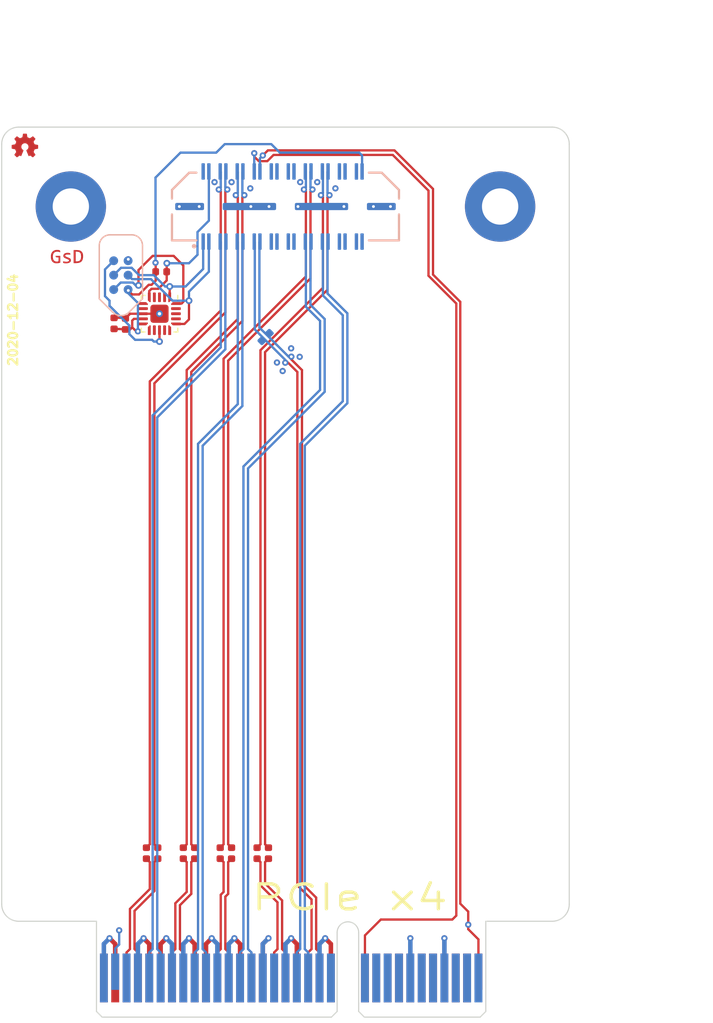
<source format=kicad_pcb>
(kicad_pcb (version 20221018) (generator pcbnew)
  (title_block (title "SYZYGY PCIe x4") (date "2020-12-04") (rev "r1.0") (company "GsD - @gregdavill"))
  (layers (0 "F.Cu" signal) (1 "In1.Cu" power) (2 "In2.Cu" signal) (31 "B.Cu" signal) (34 "B.Paste" user) (35 "F.Paste" user) (36 "B.SilkS" user "B.Silkscreen") (37 "F.SilkS" user "F.Silkscreen") (38 "B.Mask" user) (39 "F.Mask" user) (44 "Edge.Cuts" user))
  (net 0 "")
  (net 1 "GND")
  (net 2 "+3V3")
  (net 3 "/Peripheral MCU/MISO")
  (net 4 "/Peripheral MCU/~{RESET}")
  (net 5 "/SCL")
  (net 6 "/SDA")
  (net 7 "/RGA")
  (net 8 "/PER0_P")
  (net 9 "/VCCIO")
  (net 10 "/_PER0_P")
  (net 11 "/PER1_P")
  (net 12 "Net-(J1-Pad19)")
  (net 13 "Net-(J1-Pad21)")
  (net 14 "Net-(J1-Pad23)")
  (net 15 "/_PER1_P")
  (net 16 "/PER2_P")
  (net 17 "/PET0_P")
  (net 18 "/PET0_N")
  (net 19 "/PET1_P")
  (net 20 "Net-(J1-Pad38)")
  (net 21 "Net-(J1-Pad37)")
  (net 22 "Net-(J1-Pad34)")
  (net 23 "/PET1_N")
  (net 24 "/PET2_P")
  (net 25 "/PET2_N")
  (net 26 "Net-(J1-Pad24)")
  (net 27 "Net-(J1-Pad22)")
  (net 28 "Net-(J1-Pad20)")
  (net 29 "Net-(J1-Pad18)")
  (net 30 "Net-(J1-Pad17)")
  (net 31 "/_PER2_P")
  (net 32 "/PER3_P")
  (net 33 "/PET3_P")
  (net 34 "/PET3_N")
  (net 35 "/PRSNT#")
  (net 36 "Net-(U2-Pad2)")
  (net 37 "Net-(U2-Pad3)")
  (net 38 "Net-(U2-Pad4)")
  (net 39 "Net-(U2-Pad11)")
  (net 40 "Net-(U2-Pad12)")
  (net 41 "Net-(U2-Pad14)")
  (net 42 "Net-(U2-Pad15)")
  (net 43 "Net-(CN1-PadA32)")
  (net 44 "/PERST#")
  (net 45 "/_PER3_P")
  (net 46 "/REFCLK_P")
  (net 47 "/PER0_N")
  (net 48 "/_PER0_N")
  (net 49 "/PER1_N")
  (net 50 "Net-(CN1-PadA19)")
  (net 51 "Net-(CN1-PadB30)")
  (net 52 "Net-(CN1-PadB1)")
  (net 53 "Net-(CN1-PadB2)")
  (net 54 "Net-(CN1-PadB3)")
  (net 55 "Net-(CN1-PadB5)")
  (net 56 "Net-(CN1-PadB6)")
  (net 57 "Net-(CN1-PadB8)")
  (net 58 "Net-(CN1-PadB9)")
  (net 59 "Net-(CN1-PadB10)")
  (net 60 "Net-(CN1-PadB11)")
  (net 61 "Net-(CN1-PadB17)")
  (net 62 "Net-(CN1-PadB12)")
  (net 63 "Net-(CN1-PadA2)")
  (net 64 "Net-(CN1-PadA3)")
  (net 65 "Net-(CN1-PadA5)")
  (net 66 "Net-(CN1-PadA6)")
  (net 67 "Net-(CN1-PadA7)")
  (net 68 "Net-(CN1-PadA8)")
  (net 69 "Net-(CN1-PadA9)")
  (net 70 "Net-(CN1-PadA10)")
  (net 71 "/_PER1_N")
  (net 72 "/PER2_N")
  (net 73 "/_PER2_N")
  (net 74 "/PER3_N")
  (net 75 "Net-(J1-Pad33)")
  (net 76 "Net-(J1-Pad35)")
  (net 77 "Net-(J1-Pad36)")
  (net 78 "/_PER3_N")
  (net 79 "/REFCLK_N")
  (net 80 "+5V")
  (footprint "Package_DFN_QFN:QFN-20-1EP_3x3mm_P0.45mm_EP1.6x1.6mm" (layer "F.Cu") (at 118.9 97.65 -90)
    (fp_text reference "U2" hide)
    (fp_text value "ATtiny44A-MMH" hide)
  )
  (footprint "Resistor_SMD:R_0402_1005Metric" (layer "F.Cu") (at 119.05 93.95)
    (fp_text reference "R15" hide)
    (fp_text value "10K" hide)
  )
  (footprint "Capacitor_SMD:C_0402_1005Metric" (layer "F.Cu") (at 115.9 98.55 90)
    (fp_text reference "C9" hide)
    (fp_text value "0.1uF" hide)
  )
  (footprint "Capacitor_SMD:C_0402_1005Metric" (layer "F.Cu") (at 114.9 98.5 90)
    (fp_text reference "C10" hide)
    (fp_text value "1uF" hide)
  )
  (footprint "gkl_logos:oshw_small" (layer "F.Cu") (at 107.05 82.85)
    (fp_text reference "G***" hide)
    (fp_text value "LOGO" hide)
  )
  (footprint "MountingHole:MountingHole_3.2mm_M3" (layer "F.Cu") (at 110 98.2 180)
    (fp_text reference "H4" hide)
    (fp_text value "MountingHole" hide)
  )
  (footprint "MountingHole:MountingHole_3.2mm_M3" (layer "F.Cu") (at 150 98.2)
    (fp_text reference "H2" hide)
    (fp_text value "MountingHole" hide)
  )
  (footprint "Capacitor_SMD:C_0402_1005Metric" (layer "F.Cu") (at 128.5 145.2 -90)
    (fp_text reference "C1" hide)
    (fp_text value "0.1uF" hide)
  )
  (footprint "MountingHole:MountingHole_3.2mm_M3" (layer "F.Cu") (at 110 146.2)
    (fp_text reference "H1" hide)
    (fp_text value "MountingHole" hide)
  )
  (footprint "gkl_logos:gsd_logo_small" (layer "F.Cu") (at 110.75 92.7)
    (fp_text reference "G***" hide)
    (fp_text value "LOGO" hide)
  )
  (footprint "Capacitor_SMD:C_0402_1005Metric" (layer "F.Cu") (at 125.25 145.2 -90)
    (fp_text reference "C2" hide)
    (fp_text value "0.1uF" hide)
  )
  (footprint "Capacitor_SMD:C_0402_1005Metric" (layer "F.Cu") (at 121 145.2 -90)
    (fp_text reference "C8" hide)
    (fp_text value "0.1uF" hide)
  )
  (footprint "Capacitor_SMD:C_0402_1005Metric" (layer "F.Cu") (at 117.75 145.2 -90)
    (fp_text reference "C11" hide)
    (fp_text value "0.1uF" hide)
  )
  (footprint "Capacitor_SMD:C_0402_1005Metric" (layer "F.Cu") (at 124.25 145.2 -90)
    (fp_text reference "C7" hide)
    (fp_text value "0.1uF" hide)
  )
  (footprint "Capacitor_SMD:C_0402_1005Metric" (layer "F.Cu") (at 127.5 145.2 -90)
    (fp_text reference "C6" hide)
    (fp_text value "0.1uF" hide)
  )
  (footprint "Capacitor_SMD:C_0402_1005Metric" (layer "F.Cu") (at 118.75 145.2 -90)
    (fp_text reference "C4" hide)
    (fp_text value "0.1uF" hide)
  )
  (footprint "Capacitor_SMD:C_0402_1005Metric" (layer "F.Cu") (at 122 145.2 -90)
    (fp_text reference "C3" hide)
    (fp_text value "0.1uF" hide)
  )
  (footprint "MountingHole:MountingHole_3.2mm_M3" (layer "F.Cu") (at 150 146.2)
    (fp_text reference "H3" hide)
    (fp_text value "MountingHole" hide)
  )
  (footprint "pkl_tag_connect:TC2030-NL_SMALL" (layer "B.Cu") (at 115.5 94.25 90)
    (fp_text reference "J3" hide)
    (fp_text value "TagConnect" hide)
  )
  (footprint "gsd-footprints:SYZYGY-TXR-POD" (layer "B.Cu") (at 130 88.2 180)
    (fp_text reference "J1" hide)
    (fp_text value "SYZYGY-TXR-4" hide)
  )
  (footprint "Resistor_SMD:R_0402_1005Metric" (layer "B.Cu") (at 128.25 99.7 45)
    (fp_text reference "R1" hide)
    (fp_text value "100R" hide)
  )
  (footprint "Connector_PCBEdge:BUS_PCIexpress_x4" (layer "B.Cu") (at 147 156.2 180)
    (fp_text reference "CN1" hide)
    (fp_text value "PCI-EXPRESS-EDGE-FINGER" hide)
    (fp_line (start -0.65 -2.95) (end -0.15 -3.45) (stroke (width 0.1)) (layer "Edge.Cuts"))
    (fp_line (start -0.65 4.95) (end -0.65 -2.95) (stroke (width 0.1)) (layer "Edge.Cuts"))
    (fp_line (start -0.15 -3.45) (end 10.05 -3.45) (stroke (width 0.1)) (layer "Edge.Cuts"))
    (fp_line (start 10.55 -2.95) (end 10.05 -3.45) (stroke (width 0.1)) (layer "Edge.Cuts"))
    (fp_line (start 10.55 4) (end 10.55 -2.95) (stroke (width 0.1)) (layer "Edge.Cuts"))
    (fp_line (start 12.45 -2.95) (end 12.95 -3.45) (stroke (width 0.1)) (layer "Edge.Cuts"))
    (fp_line (start 12.45 4) (end 12.45 -2.95) (stroke (width 0.1)) (layer "Edge.Cuts"))
    (fp_line (start 12.95 -3.45) (end 33.15 -3.45) (stroke (width 0.1)) (layer "Edge.Cuts"))
    (fp_line (start 33.65 -2.95) (end 33.15 -3.45) (stroke (width 0.1)) (layer "Edge.Cuts"))
    (fp_line (start 33.65 4.95) (end 33.65 -2.95) (stroke (width 0.1)) (layer "Edge.Cuts"))
    (fp_arc (start 12.45 4) (mid 11.5 4.95) (end 10.55 4) (stroke (width 0.1)) (layer "Edge.Cuts"))
  )
  (gr_line (start 106.5 81.2) (end 153.5 81.2) (stroke (width 0.1)) (layer "Edge.Cuts"))
  (gr_line (start 105 149.7) (end 105 82.7) (stroke (width 0.1)) (layer "Edge.Cuts"))
  (gr_arc (start 105 82.7) (mid 105.43934 81.63934) (end 106.5 81.2) (stroke (width 0.1)) (layer "Edge.Cuts"))
  (gr_arc (start 153.5 81.2) (mid 154.56066 81.63934) (end 155 82.7) (stroke (width 0.1)) (layer "Edge.Cuts"))
  (gr_line (start 153.499999 151.2) (end 147.65 151.2) (stroke (width 0.1)) (layer "Edge.Cuts"))
  (gr_line (start 155 82.7) (end 155 149.7) (stroke (width 0.1)) (layer "Edge.Cuts"))
  (gr_line (start 147.65 151.25) (end 147.65 151.2) (stroke (width 0.1)) (layer "Edge.Cuts"))
  (gr_arc (start 155 149.700001) (mid 154.560659 150.760661) (end 153.499999 151.2) (stroke (width 0.1)) (layer "Edge.Cuts"))
  (gr_line (start 113.35 151.2) (end 106.500001 151.2) (stroke (width 0.1)) (layer "Edge.Cuts"))
  (gr_arc (start 106.5 151.2) (mid 105.43934 150.76066) (end 105 149.7) (stroke (width 0.1)) (layer "Edge.Cuts"))
  (gr_line (start 113.35 151.2) (end 113.35 151.25) (stroke (width 0.1)) (layer "Edge.Cuts"))
  (gr_text "2020-12-04" (at 106 98.2 90) (layer "F.SilkS") (effects (font (size 0.8 0.8) (thickness 0.2))))
  (gr_text "PCIe x4" (at 135.65 149.1) (layer "F.SilkS") (effects (font (size 2.2 2.959) (thickness 0.3))))
  (segment (start 123 153.2) (end 123.5 152.7) (width 0.4) (layer "F.Cu") (net 1))
  (segment (start 134 153.2) (end 134 156.2) (width 0.4) (layer "F.Cu") (net 1))
  (segment (start 126 156.2) (end 126 153.2) (width 0.4) (layer "F.Cu") (net 1))
  (segment (start 123 156.2) (end 123 153.2) (width 0.4) (layer "F.Cu") (net 1))
  (segment (start 117.45 97.65) (end 116.315 97.65) (width 0.2) (layer "F.Cu") (net 1))
  (segment (start 122 153.2) (end 121.5 152.7) (width 0.4) (layer "F.Cu") (net 1))
  (segment (start 115.9 98.065) (end 115.4 98) (width 0.2) (layer "F.Cu") (net 1))
  (segment (start 118 156.2) (end 118 153.2) (width 0.4) (layer "F.Cu") (net 1))
  (segment (start 126 153.2) (end 125.5 152.7) (width 0.4) (layer "F.Cu") (net 1))
  (segment (start 128 153.2) (end 128.5 152.7) (width 0.4) (layer "F.Cu") (net 1))
  (segment (start 122 156.2) (end 122 153.2) (width 0.4) (layer "F.Cu") (net 1))
  (segment (start 118 153.2) (end 117.5 152.7) (width 0.4) (layer "F.Cu") (net 1))
  (segment (start 115.4 98) (end 114.9 98.015) (width 0.2) (layer "F.Cu") (net 1))
  (segment (start 115 153.2) (end 114.5 152.7) (width 0.4) (layer "F.Cu") (net 1))
  (segment (start 144 156.2) (end 144 152.7) (width 0.4) (layer "F.Cu") (net 1))
  (segment (start 131 153.2) (end 131 156.2) (width 0.4) (layer "F.Cu") (net 1))
  (segment (start 119 153.2) (end 119.5 152.7) (width 0.4) (layer "F.Cu") (net 1))
  (segment (start 128 156.2) (end 128 153.2) (width 0.4) (layer "F.Cu") (net 1))
  (segment (start 116.315 97.65) (end 115.9 98.065) (width 0.2) (layer "F.Cu") (net 1))
  (segment (start 115 156.2) (end 115 153.2) (width 0.4) (layer "F.Cu") (net 1))
  (segment (start 133.5 152.7) (end 134 153.2) (width 0.4) (layer "F.Cu") (net 1))
  (segment (start 119 156.2) (end 119 153.2) (width 0.4) (layer "F.Cu") (net 1))
  (segment (start 131 153.2) (end 130.5 152.7) (width 0.4) (layer "F.Cu") (net 1))
  (segment (start 118.9 97.65) (end 117.45 97.65) (width 0.2) (layer "F.Cu") (net 1))
  (via (at 118.9 97.65) (size 0.6) (drill 0.3) (layers "F.Cu" "B.Cu") (net 1))
  (via (at 117.5 152.7) (size 0.55) (drill 0.25) (layers "F.Cu" "B.Cu") (net 1))
  (via (at 131.3 86.05) (size 0.55) (drill 0.25) (layers "F.Cu" "B.Cu") (net 1))
  (via (at 116.15 92.85) (size 0.55) (drill 0.25) (layers "F.Cu" "B.Cu") (net 1))
  (via (at 130.5 100.7) (size 0.55) (drill 0.25) (layers "F.Cu" "B.Cu") (net 1))
  (via (at 141 152.7) (size 0.55) (drill 0.25) (layers "F.Cu" "B.Cu") (net 1))
  (via (at 119.5 152.7) (size 0.55) (drill 0.25) (layers "F.Cu" "B.Cu") (net 1))
  (via (at 121.5 152.7) (size 0.55) (drill 0.25) (layers "F.Cu" "B.Cu") (net 1))
  (via (at 135.15 88.2) (size 0.55) (drill 0.25) (layers "F.Cu" "B.Cu") (net 1))
  (via (at 134.4 86.6) (size 0.55) (drill 0.25) (layers "F.Cu" "B.Cu") (net 1))
  (via (at 131.25 101.45) (size 0.55) (drill 0.25) (layers "F.Cu" "B.Cu") (net 1))
  (via (at 128.5 152.7) (size 0.55) (drill 0.25) (layers "F.Cu" "B.Cu") (net 1))
  (via (at 126.9 86.6) (size 0.55) (drill 0.25) (layers "F.Cu" "B.Cu") (net 1))
  (via (at 122.4 88.2) (size 0.55) (drill 0.25) (layers "F.Cu" "B.Cu") (net 1))
  (via (at 120.65 88.2) (size 0.55) (drill 0.25) (layers "F.Cu" "B.Cu") (net 1))
  (via (at 131.1 88.2) (size 0.55) (drill 0.25) (layers "F.Cu" "B.Cu") (net 1))
  (via (at 123.75 86.05) (size 0.55) (drill 0.25) (layers "F.Cu" "B.Cu") (net 1))
  (via (at 123.5 152.7) (size 0.55) (drill 0.25) (layers "F.Cu" "B.Cu") (net 1))
  (via (at 128.55 88.2) (size 0.55) (drill 0.25) (layers "F.Cu" "B.Cu") (net 1))
  (via (at 129.75 102.7) (size 0.55) (drill 0.25) (layers "F.Cu" "B.Cu") (net 1))
  (via (at 132.8 86.05) (size 0.55) (drill 0.25) (layers "F.Cu" "B.Cu") (net 1))
  (via (at 137.75 88.2) (size 0.55) (drill 0.25) (layers "F.Cu" "B.Cu") (net 1))
  (via (at 114.5 152.7) (size 0.55) (drill 0.25) (layers "F.Cu" "B.Cu") (net 1))
  (via (at 139.25 88.2) (size 0.55) (drill 0.25) (layers "F.Cu" "B.Cu") (net 1))
  (via (at 125.25 86.05) (size 0.55) (drill 0.25) (layers "F.Cu" "B.Cu") (net 1))
  (via (at 125.5 152.7) (size 0.55) (drill 0.25) (layers "F.Cu" "B.Cu") (net 1))
  (via (at 133.5 152.7) (size 0.55) (drill 0.25) (layers "F.Cu" "B.Cu") (net 1))
  (via (at 129.25 101.95) (size 0.55) (drill 0.25) (layers "F.Cu" "B.Cu") (net 1))
  (via (at 130.5 152.7) (size 0.55) (drill 0.25) (layers "F.Cu" "B.Cu") (net 1))
  (via (at 126.95 88.2) (size 0.55) (drill 0.25) (layers "F.Cu" "B.Cu") (net 1))
  (via (at 144 152.7) (size 0.55) (drill 0.25) (layers "F.Cu" "B.Cu") (net 1))
  (segment (start 124 153.45) (end 124 153.2) (width 0.4) (layer "B.Cu") (net 1))
  (segment (start 116.135 92.865) (end 116.15 92.85) (width 0.2) (layer "B.Cu") (net 1))
  (segment (start 121 153.2) (end 121.5 152.7) (width 0.4) (layer "B.Cu") (net 1))
  (segment (start 141 156.2) (end 141 152.7) (width 0.4) (layer "B.Cu") (net 1))
  (segment (start 130 153.2) (end 130.5 152.7) (width 0.4) (layer "B.Cu") (net 1))
  (segment (start 114.5 152.7) (end 114 153.2) (width 0.4) (layer "B.Cu") (net 1))
  (segment (start 125 153.45) (end 125 153.2) (width 0.4) (layer "B.Cu") (net 1))
  (segment (start 117 156.2) (end 117 153.2) (width 0.4) (layer "B.Cu") (net 1))
  (segment (start 120 153.7) (end 120 153.2) (width 0.4) (layer "B.Cu") (net 1))
  (segment (start 133 156.2) (end 133 153.2) (width 0.4) (layer "B.Cu") (net 1))
  (segment (start 125 153.2) (end 125.5 152.7) (width 0.4) (layer "B.Cu") (net 1))
  (segment (start 128 156.2) (end 128 153.2) (width 0.4) (layer "B.Cu") (net 1))
  (segment (start 120 156.2) (end 120 153.7) (width 0.4) (layer "B.Cu") (net 1))
  (segment (start 144 156.2) (end 144 152.7) (width 0.4) (layer "B.Cu") (net 1))
  (segment (start 117 153.2) (end 117.5 152.7) (width 0.4) (layer "B.Cu") (net 1))
  (segment (start 116.135 92.98) (end 116.135 92.865) (width 0.2) (layer "B.Cu") (net 1))
  (segment (start 125 156.2) (end 125 153.45) (width 0.4) (layer "B.Cu") (net 1))
  (segment (start 124 156.2) (end 124 153.45) (width 0.4) (layer "B.Cu") (net 1))
  (segment (start 128 153.2) (end 128.5 152.7) (width 0.4) (layer "B.Cu") (net 1))
  (segment (start 130 156.2) (end 130 153.2) (width 0.4) (layer "B.Cu") (net 1))
  (segment (start 120 153.2) (end 119.5 152.7) (width 0.4) (layer "B.Cu") (net 1))
  (segment (start 114 153.2) (end 114 156.2) (width 0.4) (layer "B.Cu") (net 1))
  (segment (start 121 156.2) (end 121 153.7) (width 0.4) (layer "B.Cu") (net 1))
  (segment (start 124 153.2) (end 123.5 152.7) (width 0.4) (layer "B.Cu") (net 1))
  (segment (start 121 153.7) (end 121 153.2) (width 0.4) (layer "B.Cu") (net 1))
  (segment (start 133 153.2) (end 133.5 152.7) (width 0.4) (layer "B.Cu") (net 1))
  (segment (start 116.3 99.05) (end 115.9 99.035) (width 0.2) (layer "F.Cu") (net 2))
  (segment (start 117.45 98.1) (end 116.65 98.1) (width 0.2) (layer "F.Cu") (net 2))
  (segment (start 116.15 95.6) (end 116.5 95.95) (width 0.2) (layer "F.Cu") (net 2))
  (segment (start 116.5 95.95) (end 117.1 95.95) (width 0.2) (layer "F.Cu") (net 2))
  (segment (start 117.95 95.1) (end 118.2 95.1) (width 0.2) (layer "F.Cu") (net 2))
  (segment (start 118.565 93.165) (end 118.55 93.15) (width 0.2) (layer "F.Cu") (net 2))
  (segment (start 116.85 99.2) (end 117 99.2) (width 0.2) (layer "F.Cu") (net 2))
  (segment (start 116.65 98.1) (end 116.5 98.25) (width 0.2) (layer "F.Cu") (net 2))
  (segment (start 116.5 98.85) (end 116.3 99.05) (width 0.2) (layer "F.Cu") (net 2))
  (segment (start 115.4 99) (end 114.9 98.985) (width 0.2) (layer "F.Cu") (net 2))
  (segment (start 116.5 98.85) (end 116.85 99.2) (width 0.2) (layer "F.Cu") (net 2))
  (segment (start 117.1 95.95) (end 117.95 95.1) (width 0.2) (layer "F.Cu") (net 2))
  (segment (start 118.565 93.95) (end 118.565 93.165) (width 0.2) (layer "F.Cu") (net 2))
  (segment (start 115.9 99.035) (end 115.4 99) (width 0.2) (layer "F.Cu") (net 2))
  (segment (start 118.565 94.735) (end 118.565 93.95) (width 0.2) (layer "F.Cu") (net 2))
  (segment (start 118.2 95.1) (end 118.565 94.735) (width 0.2) (layer "F.Cu") (net 2))
  (segment (start 116.5 98.25) (end 116.5 98.85) (width 0.2) (layer "F.Cu") (net 2))
  (via (at 117 99.2) (size 0.55) (drill 0.25) (layers "F.Cu" "B.Cu") (net 2))
  (via (at 118.55 93.15) (size 0.55) (drill 0.25) (layers "F.Cu" "B.Cu") (net 2))
  (via (at 116.15 95.6) (size 0.55) (drill 0.25) (layers "F.Cu" "B.Cu") (net 2))
  (segment (start 117 96.7) (end 117 99.2) (width 0.2) (layer "B.Cu") (net 2))
  (segment (start 116.135 95.835) (end 117 96.7) (width 0.2) (layer "B.Cu") (net 2))
  (segment (start 129.5 83.45) (end 128.75 82.7) (width 0.2) (layer "B.Cu") (net 2))
  (segment (start 124.65 82.7) (end 123.9 83.45) (width 0.2) (layer "B.Cu") (net 2))
  (segment (start 136.5 83.45) (end 131.1 83.45) (width 0.2) (layer "B.Cu") (net 2))
  (segment (start 116.135 95.585) (end 116.15 95.6) (width 0.2) (layer "B.Cu") (net 2))
  (segment (start 136.75 85.11) (end 136.75 83.95) (width 0.2) (layer "B.Cu") (net 2))
  (segment (start 123.9 83.45) (end 120.75 83.45) (width 0.2) (layer "B.Cu") (net 2))
  (segment (start 118.55 85.65) (end 118.55 93.15) (width 0.2) (layer "B.Cu") (net 2))
  (segment (start 116.135 95.52) (end 116.135 95.835) (width 0.2) (layer "B.Cu") (net 2))
  (segment (start 131.1 83.45) (end 129.5 83.45) (width 0.2) (layer "B.Cu") (net 2))
  (segment (start 120.75 83.45) (end 118.55 85.65) (width 0.2) (layer "B.Cu") (net 2))
  (segment (start 116.135 95.52) (end 116.135 95.585) (width 0.2) (layer "B.Cu") (net 2))
  (segment (start 136.75 83.95) (end 136.75 83.7) (width 0.2) (layer "B.Cu") (net 2))
  (segment (start 128.75 82.7) (end 124.65 82.7) (width 0.2) (layer "B.Cu") (net 2))
  (segment (start 136.75 83.7) (end 136.5 83.45) (width 0.2) (layer "B.Cu") (net 2))
  (segment (start 121 96.6) (end 120.85 96.75) (width 0.2) (layer "F.Cu") (net 3))
  (segment (start 120.15 92.55) (end 121 93.4) (width 0.2) (layer "F.Cu") (net 3))
  (segment (start 120.85 96.75) (end 120.35 96.75) (width 0.2) (layer "F.Cu") (net 3))
  (segment (start 118.3 92.55) (end 120.15 92.55) (width 0.2) (layer "F.Cu") (net 3))
  (segment (start 121 93.4) (end 121 96.6) (width 0.2) (layer "F.Cu") (net 3))
  (segment (start 117.05 93.8) (end 118.3 92.55) (width 0.2) (layer "F.Cu") (net 3))
  (segment (start 117.05 95.15) (end 117.05 93.8) (width 0.2) (layer "F.Cu") (net 3))
  (via (at 117.05 95.15) (size 0.6) (drill 0.3) (layers "F.Cu" "B.Cu") (net 3))
  (segment (start 116.55 94.9) (end 115.485 94.9) (width 0.2) (layer "B.Cu") (net 3))
  (segment (start 116.8 95.15) (end 116.55 94.9) (width 0.2) (layer "B.Cu") (net 3))
  (segment (start 115.485 94.9) (end 114.865 95.52) (width 0.2) (layer "B.Cu") (net 3))
  (segment (start 117.05 95.15) (end 116.8 95.15) (width 0.2) (layer "B.Cu") (net 3))
  (segment (start 118.9 100.1) (end 118.9 99.1) (width 0.2) (layer "F.Cu") (net 4))
  (via (at 118.9 100.1) (size 0.6) (drill 0.3) (layers "F.Cu" "B.Cu") (net 4))
  (segment (start 118.25 99.95) (end 116.75 99.95) (width 0.2) (layer "B.Cu") (net 4))
  (segment (start 118.4 100.1) (end 118.9 100.1) (width 0.2) (layer "B.Cu") (net 4))
  (segment (start 114.5 96.5) (end 114.1 96.1) (width 0.2) (layer "B.Cu") (net 4))
  (segment (start 116.75 99.95) (end 116.25 99.45) (width 0.2) (layer "B.Cu") (net 4))
  (segment (start 116.25 99.45) (end 116.25 98.7) (width 0.2) (layer "B.Cu") (net 4))
  (segment (start 118.4 100.1) (end 118.25 99.95) (width 0.2) (layer "B.Cu") (net 4))
  (segment (start 114.5 96.95) (end 114.5 96.5) (width 0.2) (layer "B.Cu") (net 4))
  (segment (start 114.1 93.745) (end 114.1 96.1) (width 0.2) (layer "B.Cu") (net 4))
  (segment (start 116.25 98.7) (end 114.5 96.95) (width 0.2) (layer "B.Cu") (net 4))
  (segment (start 114.865 92.98) (end 114.1 93.745) (width 0.2) (layer "B.Cu") (net 4))
  (segment (start 119.8 95.25) (end 119.8 96.2) (width 0.2) (layer "F.Cu") (net 5))
  (via (at 119.8 95.25) (size 0.6) (drill 0.3) (layers "F.Cu" "B.Cu") (net 5))
  (segment (start 122.75 93.7) (end 122.75 91.29) (width 0.2) (layer "B.Cu") (net 5))
  (segment (start 121.2 95.25) (end 122.75 93.7) (width 0.2) (layer "B.Cu") (net 5))
  (segment (start 118.4 94.25) (end 119.4 95.25) (width 0.2) (layer "B.Cu") (net 5))
  (segment (start 116.45 93.6) (end 117.1 94.25) (width 0.2) (layer "B.Cu") (net 5))
  (segment (start 115.515 93.6) (end 116.45 93.6) (width 0.2) (layer "B.Cu") (net 5))
  (segment (start 117.1 94.25) (end 118.4 94.25) (width 0.2) (layer "B.Cu") (net 5))
  (segment (start 114.865 94.25) (end 115.515 93.6) (width 0.2) (layer "B.Cu") (net 5))
  (segment (start 119.8 95.25) (end 121.2 95.25) (width 0.2) (layer "B.Cu") (net 5))
  (segment (start 119.4 95.25) (end 119.8 95.25) (width 0.2) (layer "B.Cu") (net 5))
  (segment (start 121.5 96.5) (end 121.5 98.15) (width 0.2) (layer "F.Cu") (net 6))
  (segment (start 121.5 98.15) (end 121.1 98.55) (width 0.2) (layer "F.Cu") (net 6))
  (segment (start 121.1 98.55) (end 120.35 98.55) (width 0.2) (layer "F.Cu") (net 6))
  (via (at 121.5 96.5) (size 0.6) (drill 0.3) (layers "F.Cu" "B.Cu") (net 6))
  (segment (start 120.05 96.5) (end 118.149989 94.599989) (width 0.2) (layer "B.Cu") (net 6))
  (segment (start 121.5 96.5) (end 120.05 96.5) (width 0.2) (layer "B.Cu") (net 6))
  (segment (start 123.25 93.95) (end 121.5 95.7) (width 0.2) (layer "B.Cu") (net 6))
  (segment (start 121.5 95.7) (end 121.5 96.5) (width 0.2) (layer "B.Cu") (net 6))
  (segment (start 116.484989 94.599989) (end 116.135 94.25) (width 0.2) (layer "B.Cu") (net 6))
  (segment (start 118.149989 94.599989) (end 116.484989 94.599989) (width 0.2) (layer "B.Cu") (net 6))
  (segment (start 123.25 91.29) (end 123.25 93.95) (width 0.2) (layer "B.Cu") (net 6))
  (segment (start 119.535 93.215) (end 119.55 93.2) (width 0.2) (layer "F.Cu") (net 7))
  (segment (start 118.8 95.45) (end 119.535 94.715) (width 0.2) (layer "F.Cu") (net 7))
  (segment (start 118 96.2) (end 118 95.65) (width 0.2) (layer "F.Cu") (net 7))
  (segment (start 119.535 94.715) (end 119.535 93.95) (width 0.2) (layer "F.Cu") (net 7))
  (segment (start 118 95.65) (end 118.2 95.45) (width 0.2) (layer "F.Cu") (net 7))
  (segment (start 118.2 95.45) (end 118.8 95.45) (width 0.2) (layer "F.Cu") (net 7))
  (segment (start 119.535 93.95) (end 119.535 93.215) (width 0.2) (layer "F.Cu") (net 7))
  (via (at 119.55 93.2) (size 0.6) (drill 0.3) (layers "F.Cu" "B.Cu") (net 7))
  (segment (start 121.5 93.2) (end 119.55 93.2) (width 0.2) (layer "B.Cu") (net 7))
  (segment (start 122.25 90.45) (end 122.25 92.45) (width 0.2) (layer "B.Cu") (net 7))
  (segment (start 122.25 92.45) (end 121.5 93.2) (width 0.2) (layer "B.Cu") (net 7))
  (segment (start 123.25 85.11) (end 123.25 89.45) (width 0.2) (layer "B.Cu") (net 7))
  (segment (start 123.25 89.45) (end 122.25 90.45) (width 0.2) (layer "B.Cu") (net 7))
  (segment (start 129.7032 153.6532) (end 129.7032 149.36583) (width 0.2032) (layer "F.Cu") (net 8))
  (segment (start 129.7032 149.36583) (end 128.2032 147.86583) (width 0.2032) (layer "F.Cu") (net 8))
  (segment (start 130 156.2) (end 130 153.95) (width 0.2032) (layer "F.Cu") (net 8))
  (segment (start 130 153.95) (end 129.7032 153.6532) (width 0.2032) (layer "F.Cu") (net 8))
  (segment (start 128.2032 147.86583) (end 128.2032 145.9818) (width 0.2032) (layer "F.Cu") (net 8))
  (segment (start 128.2032 145.9818) (end 128.5 145.685) (width 0.2032) (layer "F.Cu") (net 8))
  (segment (start 128.5 144.715) (end 128.2032 144.4182) (width 0.2032) (layer "F.Cu") (net 10))
  (segment (start 133.7032 95.53417) (end 133.7032 87.3734) (width 0.2032) (layer "F.Cu") (net 10))
  (segment (start 133.7032 87.3734) (end 133.8766 87.2) (width 0.2032) (layer "F.Cu") (net 10))
  (segment (start 128.2032 101.03417) (end 133.7032 95.53417) (width 0.2032) (layer "F.Cu") (net 10))
  (segment (start 128.2032 144.4182) (end 128.2032 101.03417) (width 0.2032) (layer "F.Cu") (net 10))
  (via (at 133.8766 87.2) (size 0.55) (drill 0.25) (layers "F.Cu" "B.Cu") (net 10))
  (segment (start 133.7032 85.1568) (end 133.75 85.11) (width 0.2032) (layer "B.Cu") (net 10))
  (segment (start 133.8766 87.2) (end 133.7032 87.0266) (width 0.2032) (layer "B.Cu") (net 10))
  (segment (start 133.7032 87.0266) (end 133.7032 85.1568) (width 0.2032) (layer "B.Cu") (net 10))
  (segment (start 124.9532 145.9818) (end 125.25 145.685) (width 0.2032) (layer "F.Cu") (net 11))
  (segment (start 125 153.95) (end 124.7032 153.6532) (width 0.2032) (layer "F.Cu") (net 11))
  (segment (start 124.7032 149.03417) (end 124.9532 148.78417) (width 0.2032) (layer "F.Cu") (net 11))
  (segment (start 124.9532 148.78417) (end 124.9532 145.9818) (width 0.2032) (layer "F.Cu") (net 11))
  (segment (start 125 156.2) (end 125 153.95) (width 0.2032) (layer "F.Cu") (net 11))
  (segment (start 124.7032 153.6532) (end 124.7032 149.03417) (width 0.2032) (layer "F.Cu") (net 11))
  (segment (start 124.9532 144.4182) (end 124.9532 101.78417) (width 0.2032) (layer "F.Cu") (net 15))
  (segment (start 124.9532 101.78417) (end 132.2032 94.53417) (width 0.2032) (layer "F.Cu") (net 15))
  (segment (start 132.2032 86.8734) (end 132.3766 86.7) (width 0.2032) (layer "F.Cu") (net 15))
  (segment (start 132.2032 94.53417) (end 132.2032 86.8734) (width 0.2032) (layer "F.Cu") (net 15))
  (segment (start 125.25 144.715) (end 124.9532 144.4182) (width 0.2032) (layer "F.Cu") (net 15))
  (via (at 132.3766 86.7) (size 0.55) (drill 0.25) (layers "F.Cu" "B.Cu") (net 15))
  (segment (start 132.2032 86.5266) (end 132.2032 85.1568) (width 0.2032) (layer "B.Cu") (net 15))
  (segment (start 132.3766 86.7) (end 132.2032 86.5266) (width 0.2032) (layer "B.Cu") (net 15))
  (segment (start 132.2032 85.1568) (end 132.25 85.11) (width 0.2032) (layer "B.Cu") (net 15))
  (segment (start 121.7032 148.78417) (end 121.7032 145.9818) (width 0.2032) (layer "F.Cu") (net 16))
  (segment (start 120.7032 153.6532) (end 120.7032 149.78417) (width 0.2032) (layer "F.Cu") (net 16))
  (segment (start 121.7032 145.9818) (end 122 145.685) (width 0.2032) (layer "F.Cu") (net 16))
  (segment (start 121 153.95) (end 120.7032 153.6532) (width 0.2032) (layer "F.Cu") (net 16))
  (segment (start 120.7032 149.78417) (end 121.7032 148.78417) (width 0.2032) (layer "F.Cu") (net 16))
  (segment (start 121 156.2) (end 121 153.95) (width 0.2032) (layer "F.Cu") (net 16))
  (segment (start 135.4532 97.61583) (end 133.7032 95.86583) (width 0.2032) (layer "B.Cu") (net 17))
  (segment (start 135.4532 105.53417) (end 135.4532 97.61583) (width 0.2032) (layer "B.Cu") (net 17))
  (segment (start 133.7032 95.86583) (end 133.7032 91.3368) (width 0.2032) (layer "B.Cu") (net 17))
  (segment (start 131.7032 109.28417) (end 135.4532 105.53417) (width 0.2032) (layer "B.Cu") (net 17))
  (segment (start 132 156.2) (end 132 153.95) (width 0.2032) (layer "B.Cu") (net 17))
  (segment (start 132 153.95) (end 131.7032 153.6532) (width 0.2032) (layer "B.Cu") (net 17))
  (segment (start 133.7032 91.3368) (end 133.75 91.29) (width 0.2032) (layer "B.Cu") (net 17))
  (segment (start 131.7032 153.6532) (end 131.7032 109.28417) (width 0.2032) (layer "B.Cu") (net 17))
  (segment (start 133.2968 96.03417) (end 133.2968 91.3368) (width 0.2032) (layer "B.Cu") (net 18))
  (segment (start 131.2968 109.11583) (end 135.0468 105.36583) (width 0.2032) (layer "B.Cu") (net 18))
  (segment (start 131.2968 153.6532) (end 131.2968 109.11583) (width 0.2032) (layer "B.Cu") (net 18))
  (segment (start 131 156.2) (end 131 153.95) (width 0.2032) (layer "B.Cu") (net 18))
  (segment (start 135.0468 105.36583) (end 135.0468 97.78417) (width 0.2032) (layer "B.Cu") (net 18))
  (segment (start 135.0468 97.78417) (end 133.2968 96.03417) (width 0.2032) (layer "B.Cu") (net 18))
  (segment (start 133.2968 91.3368) (end 133.25 91.29) (width 0.2032) (layer "B.Cu") (net 18))
  (segment (start 131 153.95) (end 131.2968 153.6532) (width 0.2032) (layer "B.Cu") (net 18))
  (segment (start 126.7032 111.28417) (end 133.4532 104.53417) (width 0.2032) (layer "B.Cu") (net 19))
  (segment (start 133.4532 104.53417) (end 133.4532 98.11583) (width 0.2032) (layer "B.Cu") (net 19))
  (segment (start 132.2032 96.86583) (end 132.2032 91.3368) (width 0.2032) (layer "B.Cu") (net 19))
  (segment (start 126.7032 153.6532) (end 126.7032 111.28417) (width 0.2032) (layer "B.Cu") (net 19))
  (segment (start 132.2032 91.3368) (end 132.25 91.29) (width 0.2032) (layer "B.Cu") (net 19))
  (segment (start 127 153.95) (end 126.7032 153.6532) (width 0.2032) (layer "B.Cu") (net 19))
  (segment (start 133.4532 98.11583) (end 132.2032 96.86583) (width 0.2032) (layer "B.Cu") (net 19))
  (segment (start 127 156.2) (end 127 153.95) (width 0.2032) (layer "B.Cu") (net 19))
  (segment (start 126 153.95) (end 126.2968 153.6532) (width 0.2032) (layer "B.Cu") (net 23))
  (segment (start 131.7968 91.3368) (end 131.75 91.29) (width 0.2032) (layer "B.Cu") (net 23))
  (segment (start 126.2968 111.11583) (end 133.0468 104.36583) (width 0.2032) (layer "B.Cu") (net 23))
  (segment (start 126 156.2) (end 126 153.95) (width 0.2032) (layer "B.Cu") (net 23))
  (segment (start 126.2968 153.6532) (end 126.2968 111.11583) (width 0.2032) (layer "B.Cu") (net 23))
  (segment (start 133.0468 98.28417) (end 131.7968 97.03417) (width 0.2032) (layer "B.Cu") (net 23))
  (segment (start 133.0468 104.36583) (end 133.0468 98.28417) (width 0.2032) (layer "B.Cu") (net 23))
  (segment (start 131.7968 97.03417) (end 131.7968 91.3368) (width 0.2032) (layer "B.Cu") (net 23))
  (segment (start 122.7032 109.28417) (end 126.2032 105.78417) (width 0.2032) (layer "B.Cu") (net 24))
  (segment (start 126.2032 105.78417) (end 126.2032 91.3368) (width 0.2032) (layer "B.Cu") (net 24))
  (segment (start 123 156.2) (end 123 153.95) (width 0.2032) (layer "B.Cu") (net 24))
  (segment (start 122.7032 153.6532) (end 122.7032 109.28417) (width 0.2032) (layer "B.Cu") (net 24))
  (segment (start 123 153.95) (end 122.7032 153.6532) (width 0.2032) (layer "B.Cu") (net 24))
  (segment (start 126.2032 91.3368) (end 126.25 91.29) (width 0.2032) (layer "B.Cu") (net 24))
  (segment (start 122 156.2) (end 122 153.95) (width 0.2032) (layer "B.Cu") (net 25))
  (segment (start 122 153.95) (end 122.2968 153.6532) (width 0.2032) (layer "B.Cu") (net 25))
  (segment (start 122.2968 109.11583) (end 125.7968 105.61583) (width 0.2032) (layer "B.Cu") (net 25))
  (segment (start 125.7968 91.3368) (end 125.75 91.29) (width 0.2032) (layer "B.Cu") (net 25))
  (segment (start 125.7968 105.61583) (end 125.7968 91.3368) (width 0.2032) (layer "B.Cu") (net 25))
  (segment (start 122.2968 153.6532) (end 122.2968 109.11583) (width 0.2032) (layer "B.Cu") (net 25))
  (segment (start 121.7032 144.4182) (end 121.7032 102.78417) (width 0.2032) (layer "F.Cu") (net 31))
  (segment (start 121.7032 102.78417) (end 126.2032 98.28417) (width 0.2032) (layer "F.Cu") (net 31))
  (segment (start 126.2032 98.28417) (end 126.2032 87.3734) (width 0.2032) (layer "F.Cu") (net 31))
  (segment (start 122 144.715) (end 121.7032 144.4182) (width 0.2032) (layer "F.Cu") (net 31))
  (segment (start 126.2032 87.3734) (end 126.3766 87.2) (width 0.2032) (layer "F.Cu") (net 31))
  (via (at 126.3766 87.2) (size 0.55) (drill 0.25) (layers "F.Cu" "B.Cu") (net 31))
  (segment (start 126.2032 87.0266) (end 126.2032 85.1568) (width 0.2032) (layer "B.Cu") (net 31))
  (segment (start 126.2032 85.1568) (end 126.25 85.11) (width 0.2032) (layer "B.Cu") (net 31))
  (segment (start 126.3766 87.2) (end 126.2032 87.0266) (width 0.2032) (layer "B.Cu") (net 31))
  (segment (start 118.4532 148.53417) (end 118.4532 145.9818) (width 0.2032) (layer "F.Cu") (net 32))
  (segment (start 116.7032 153.6532) (end 116.7032 150.28417) (width 0.2032) (layer "F.Cu") (net 32))
  (segment (start 118.4532 145.9818) (end 118.75 145.685) (width 0.2032) (layer "F.Cu") (net 32))
  (segment (start 116.7032 150.28417) (end 118.4532 148.53417) (width 0.2032) (layer "F.Cu") (net 32))
  (segment (start 117 153.95) (end 116.7032 153.6532) (width 0.2032) (layer "F.Cu") (net 32))
  (segment (start 117 156.2) (end 117 153.95) (width 0.2032) (layer "F.Cu") (net 32))
  (segment (start 124.7032 100.78417) (end 124.7032 91.3368) (width 0.2032) (layer "B.Cu") (net 33))
  (segment (start 118.7032 106.78417) (end 124.7032 100.78417) (width 0.2032) (layer "B.Cu") (net 33))
  (segment (start 118.7032 153.6532) (end 118.7032 106.78417) (width 0.2032) (layer "B.Cu") (net 33))
  (segment (start 124.7032 91.3368) (end 124.75 91.29) (width 0.2032) (layer "B.Cu") (net 33))
  (segment (start 119 156.2) (end 119 153.95) (width 0.2032) (layer "B.Cu") (net 33))
  (segment (start 119 153.95) (end 118.7032 153.6532) (width 0.2032) (layer "B.Cu") (net 33))
  (segment (start 118 153.95) (end 118.2968 153.6532) (width 0.2032) (layer "B.Cu") (net 34))
  (segment (start 124.2968 100.61583) (end 124.2968 91.3368) (width 0.2032) (layer "B.Cu") (net 34))
  (segment (start 118 156.2) (end 118 153.95) (width 0.2032) (layer "B.Cu") (net 34))
  (segment (start 118.2968 106.61583) (end 124.2968 100.61583) (width 0.2032) (layer "B.Cu") (net 34))
  (segment (start 118.2968 153.6532) (end 118.2968 106.61583) (width 0.2032) (layer "B.Cu") (net 34))
  (segment (start 124.2968 91.3368) (end 124.25 91.29) (width 0.2032) (layer "B.Cu") (net 34))
  (segment (start 147 152.8) (end 146.1 151.9) (width 0.2) (layer "F.Cu") (net 35))
  (segment (start 145.4 149.65) (end 145.4 96.6) (width 0.2) (layer "F.Cu") (net 35))
  (segment (start 147 155.65) (end 147 152.8) (width 0.2) (layer "F.Cu") (net 35))
  (segment (start 128.45 83.25) (end 128 83.7) (width 0.2) (layer "F.Cu") (net 35))
  (segment (start 139.6 83.25) (end 128.45 83.25) (width 0.2) (layer "F.Cu") (net 35))
  (segment (start 143 94.2) (end 143 86.65) (width 0.2) (layer "F.Cu") (net 35))
  (segment (start 146.1 151.9) (end 146.1 151.5) (width 0.2) (layer "F.Cu") (net 35))
  (segment (start 146.1 150.35) (end 145.4 149.65) (width 0.2) (layer "F.Cu") (net 35))
  (segment (start 145.4 96.6) (end 143 94.2) (width 0.2) (layer "F.Cu") (net 35))
  (segment (start 143 86.65) (end 139.6 83.25) (width 0.2) (layer "F.Cu") (net 35))
  (segment (start 146.1 151.5) (end 146.1 150.35) (width 0.2) (layer "F.Cu") (net 35))
  (via (at 146.1 151.5) (size 0.55) (drill 0.25) (layers "F.Cu" "B.Cu") (net 35))
  (via (at 115.35 152) (size 0.55) (drill 0.25) (layers "F.Cu" "B.Cu") (net 35))
  (via (at 128 83.7) (size 0.55) (drill 0.25) (layers "F.Cu" "B.Cu") (net 35))
  (segment (start 128 83.7) (end 127.75 83.95) (width 0.2) (layer "B.Cu") (net 35))
  (segment (start 115 153.6) (end 115.35 153.25) (width 0.2) (layer "B.Cu") (net 35))
  (segment (start 127.75 83.95) (end 127.75 85.11) (width 0.2) (layer "B.Cu") (net 35))
  (segment (start 115 155.65) (end 115 153.6) (width 0.2) (layer "B.Cu") (net 35))
  (segment (start 115.35 153.25) (end 115.35 152) (width 0.2) (layer "B.Cu") (net 35))
  (segment (start 144.7 151.05) (end 138.4 151.05) (width 0.2) (layer "F.Cu") (net 44))
  (segment (start 127.25 83.5) (end 127.25 83.8) (width 0.2) (layer "F.Cu") (net 44))
  (segment (start 137 152.45) (end 137 156.2) (width 0.2) (layer "F.Cu") (net 44))
  (segment (start 128.95 83.65) (end 139.45 83.65) (width 0.2) (layer "F.Cu") (net 44))
  (segment (start 145.05 150.7) (end 144.7 151.05) (width 0.2) (layer "F.Cu") (net 44))
  (segment (start 145.05 96.75) (end 145.05 150.7) (width 0.2) (layer "F.Cu") (net 44))
  (segment (start 127.25 83.8) (end 127.65 84.2) (width 0.2) (layer "F.Cu") (net 44))
  (segment (start 139.45 83.65) (end 142.6 86.8) (width 0.2) (layer "F.Cu") (net 44))
  (segment (start 142.6 86.8) (end 142.6 94.3) (width 0.2) (layer "F.Cu") (net 44))
  (segment (start 142.6 94.3) (end 145.05 96.75) (width 0.2) (layer "F.Cu") (net 44))
  (segment (start 138.4 151.05) (end 137 152.45) (width 0.2) (layer "F.Cu") (net 44))
  (segment (start 127.65 84.2) (end 128.4 84.2) (width 0.2) (layer "F.Cu") (net 44))
  (segment (start 128.4 84.2) (end 128.95 83.65) (width 0.2) (layer "F.Cu") (net 44))
  (via (at 127.25 83.5) (size 0.55) (drill 0.25) (layers "F.Cu" "B.Cu") (net 44))
  (segment (start 127.25 85.11) (end 127.25 83.5) (width 0.2) (layer "B.Cu") (net 44))
  (segment (start 118.75 144.715) (end 118.4532 144.4182) (width 0.2032) (layer "F.Cu") (net 45))
  (segment (start 124.7032 97.53417) (end 124.7032 86.8734) (width 0.2032) (layer "F.Cu") (net 45))
  (segment (start 118.4532 144.4182) (end 118.4532 103.78417) (width 0.2032) (layer "F.Cu") (net 45))
  (segment (start 124.7032 86.8734) (end 124.8766 86.7) (width 0.2032) (layer "F.Cu") (net 45))
  (segment (start 118.4532 103.78417) (end 124.7032 97.53417) (width 0.2032) (layer "F.Cu") (net 45))
  (via (at 124.8766 86.7) (size 0.55) (drill 0.25) (layers "F.Cu" "B.Cu") (net 45))
  (segment (start 124.7032 86.5266) (end 124.7032 85.1568) (width 0.2032) (layer "B.Cu") (net 45))
  (segment (start 124.7032 85.1568) (end 124.75 85.11) (width 0.2032) (layer "B.Cu") (net 45))
  (segment (start 124.8766 86.7) (end 124.7032 86.5266) (width 0.2032) (layer "B.Cu") (net 45))
  (segment (start 131.4532 147.86583) (end 131.4532 102.615831) (width 0.2032) (layer "F.Cu") (net 46))
  (segment (start 133 153.95) (end 132.7032 153.6532) (width 0.2032) (layer "F.Cu") (net 46))
  (segment (start 131.4532 102.615831) (end 130.516297 101.678928) (width 0.2032) (layer "F.Cu") (net 46))
  (segment (start 130.516297 101.678928) (end 130.516297 101.433703) (width 0.2032) (layer "F.Cu") (net 46))
  (segment (start 133 156.2) (end 133 153.95) (width 0.2032) (layer "F.Cu") (net 46))
  (segment (start 132.7032 149.11583) (end 131.4532 147.86583) (width 0.2032) (layer "F.Cu") (net 46))
  (segment (start 132.7032 153.6532) (end 132.7032 149.11583) (width 0.2032) (layer "F.Cu") (net 46))
  (via (at 130.516297 101.433703) (size 0.55) (drill 0.25) (layers "F.Cu" "B.Cu") (net 46))
  (segment (start 130.516297 101.433703) (end 130.271072 101.433703) (width 0.2032) (layer "B.Cu") (net 46))
  (segment (start 127.7032 98.865831) (end 127.7032 91.3368) (width 0.2032) (layer "B.Cu") (net 46))
  (segment (start 130.271072 101.433703) (end 127.7032 98.865831) (width 0.2032) (layer "B.Cu") (net 46))
  (segment (start 127.7032 91.3368) (end 127.75 91.29) (width 0.2032) (layer "B.Cu") (net 46))
  (segment (start 129.2968 149.53417) (end 127.7968 148.03417) (width 0.2032) (layer "F.Cu") (net 47))
  (segment (start 127.7968 148.03417) (end 127.7968 145.9818) (width 0.2032) (layer "F.Cu") (net 47))
  (segment (start 127.7968 145.9818) (end 127.5 145.685) (width 0.2032) (layer "F.Cu") (net 47))
  (segment (start 129.2968 153.6532) (end 129.2968 149.53417) (width 0.2032) (layer "F.Cu") (net 47))
  (segment (start 129 153.95) (end 129.2968 153.6532) (width 0.2032) (layer "F.Cu") (net 47))
  (segment (start 129 156.2) (end 129 153.95) (width 0.2032) (layer "F.Cu") (net 47))
  (segment (start 127.7968 144.4182) (end 127.7968 100.86583) (width 0.2032) (layer "F.Cu") (net 48))
  (segment (start 133.2968 95.36583) (end 133.2968 87.3734) (width 0.2032) (layer "F.Cu") (net 48))
  (segment (start 133.2968 87.3734) (end 133.1234 87.2) (width 0.2032) (layer "F.Cu") (net 48))
  (segment (start 127.7968 100.86583) (end 133.2968 95.36583) (width 0.2032) (layer "F.Cu") (net 48))
  (segment (start 127.5 144.715) (end 127.7968 144.4182) (width 0.2032) (layer "F.Cu") (net 48))
  (via (at 133.1234 87.2) (size 0.55) (drill 0.25) (layers "F.Cu" "B.Cu") (net 48))
  (segment (start 133.2968 85.1568) (end 133.25 85.11) (width 0.2032) (layer "B.Cu") (net 48))
  (segment (start 133.1234 87.2) (end 133.2968 87.0266) (width 0.2032) (layer "B.Cu") (net 48))
  (segment (start 133.2968 87.0266) (end 133.2968 85.1568) (width 0.2032) (layer "B.Cu") (net 48))
  (segment (start 124 156.2) (end 124 153.95) (width 0.2032) (layer "F.Cu") (net 49))
  (segment (start 124 153.95) (end 124.2968 153.6532) (width 0.2032) (layer "F.Cu") (net 49))
  (segment (start 124.2968 153.6532) (end 124.2968 148.86583) (width 0.2032) (layer "F.Cu") (net 49))
  (segment (start 124.5468 145.9818) (end 124.25 145.685) (width 0.2032) (layer "F.Cu") (net 49))
  (segment (start 124.5468 148.61583) (end 124.5468 145.9818) (width 0.2032) (layer "F.Cu") (net 49))
  (segment (start 124.2968 148.86583) (end 124.5468 148.61583) (width 0.2032) (layer "F.Cu") (net 49))
  (segment (start 131.7968 86.8734) (end 131.6234 86.7) (width 0.2032) (layer "F.Cu") (net 71))
  (segment (start 124.5468 144.4182) (end 124.5468 101.61583) (width 0.2032) (layer "F.Cu") (net 71))
  (segment (start 131.7968 94.36583) (end 131.7968 86.8734) (width 0.2032) (layer "F.Cu") (net 71))
  (segment (start 124.5468 101.61583) (end 131.7968 94.36583) (width 0.2032) (layer "F.Cu") (net 71))
  (segment (start 124.25 144.715) (end 124.5468 144.4182) (width 0.2032) (layer "F.Cu") (net 71))
  (via (at 131.6234 86.7) (size 0.55) (drill 0.25) (layers "F.Cu" "B.Cu") (net 71))
  (segment (start 131.6234 86.7) (end 131.7968 86.5266) (width 0.2032) (layer "B.Cu") (net 71))
  (segment (start 131.7968 86.5266) (end 131.7968 85.1568) (width 0.2032) (layer "B.Cu") (net 71))
  (segment (start 131.7968 85.1568) (end 131.75 85.11) (width 0.2032) (layer "B.Cu") (net 71))
  (segment (start 120 153.95) (end 120.2968 153.6532) (width 0.2032) (layer "F.Cu") (net 72))
  (segment (start 120 156.2) (end 120 153.95) (width 0.2032) (layer "F.Cu") (net 72))
  (segment (start 121.2968 148.61583) (end 121.2968 145.9818) (width 0.2032) (layer "F.Cu") (net 72))
  (segment (start 120.2968 153.6532) (end 120.2968 149.61583) (width 0.2032) (layer "F.Cu") (net 72))
  (segment (start 121.2968 145.9818) (end 121 145.685) (width 0.2032) (layer "F.Cu") (net 72))
  (segment (start 120.2968 149.61583) (end 121.2968 148.61583) (width 0.2032) (layer "F.Cu") (net 72))
  (segment (start 121 144.715) (end 121.2968 144.4182) (width 0.2032) (layer "F.Cu") (net 73))
  (segment (start 121.2968 144.4182) (end 121.2968 102.61583) (width 0.2032) (layer "F.Cu") (net 73))
  (segment (start 125.7968 98.11583) (end 125.7968 87.3734) (width 0.2032) (layer "F.Cu") (net 73))
  (segment (start 121.2968 102.61583) (end 125.7968 98.11583) (width 0.2032) (layer "F.Cu") (net 73))
  (segment (start 125.7968 87.3734) (end 125.6234 87.2) (width 0.2032) (layer "F.Cu") (net 73))
  (via (at 125.6234 87.2) (size 0.55) (drill 0.25) (layers "F.Cu" "B.Cu") (net 73))
  (segment (start 125.7968 87.0266) (end 125.7968 85.1568) (width 0.2032) (layer "B.Cu") (net 73))
  (segment (start 125.7968 85.1568) (end 125.75 85.11) (width 0.2032) (layer "B.Cu") (net 73))
  (segment (start 125.6234 87.2) (end 125.7968 87.0266) (width 0.2032) (layer "B.Cu") (net 73))
  (segment (start 118.0468 145.9818) (end 117.75 145.685) (width 0.2032) (layer "F.Cu") (net 74))
  (segment (start 116.2968 153.6532) (end 116.2968 150.11583) (width 0.2032) (layer "F.Cu") (net 74))
  (segment (start 116.2968 150.11583) (end 118.0468 148.36583) (width 0.2032) (layer "F.Cu") (net 74))
  (segment (start 116 156.2) (end 116 153.95) (width 0.2032) (layer "F.Cu") (net 74))
  (segment (start 118.0468 148.36583) (end 118.0468 145.9818) (width 0.2032) (layer "F.Cu") (net 74))
  (segment (start 116 153.95) (end 116.2968 153.6532) (width 0.2032) (layer "F.Cu") (net 74))
  (segment (start 124.2968 86.8734) (end 124.1234 86.7) (width 0.2032) (layer "F.Cu") (net 78))
  (segment (start 118.0468 144.4182) (end 118.0468 103.61583) (width 0.2032) (layer "F.Cu") (net 78))
  (segment (start 124.2968 97.36583) (end 124.2968 86.8734) (width 0.2032) (layer "F.Cu") (net 78))
  (segment (start 117.75 144.715) (end 118.0468 144.4182) (width 0.2032) (layer "F.Cu") (net 78))
  (segment (start 118.0468 103.61583) (end 124.2968 97.36583) (width 0.2032) (layer "F.Cu") (net 78))
  (via (at 124.1234 86.7) (size 0.55) (drill 0.25) (layers "F.Cu" "B.Cu") (net 78))
  (segment (start 124.1234 86.7) (end 124.2968 86.5266) (width 0.2032) (layer "B.Cu") (net 78))
  (segment (start 124.2968 86.5266) (end 124.2968 85.1568) (width 0.2032) (layer "B.Cu") (net 78))
  (segment (start 124.2968 85.1568) (end 124.25 85.11) (width 0.2032) (layer "B.Cu") (net 78))
  (segment (start 130.228928 101.966297) (end 129.983703 101.966297) (width 0.2032) (layer "F.Cu") (net 79))
  (segment (start 132 156.2) (end 132 153.95) (width 0.2032) (layer "F.Cu") (net 79))
  (segment (start 132.2968 153.6532) (end 132.2968 149.28417) (width 0.2032) (layer "F.Cu") (net 79))
  (segment (start 132.2968 149.28417) (end 131.0468 148.03417) (width 0.2032) (layer "F.Cu") (net 79))
  (segment (start 131.0468 148.03417) (end 131.0468 102.784169) (width 0.2032) (layer "F.Cu") (net 79))
  (segment (start 132 153.95) (end 132.2968 153.6532) (width 0.2032) (layer "F.Cu") (net 79))
  (segment (start 131.0468 102.784169) (end 130.228928 101.966297) (width 0.2032) (layer "F.Cu") (net 79))
  (via (at 129.983703 101.966297) (size 0.55) (drill 0.25) (layers "F.Cu" "B.Cu") (net 79))
  (segment (start 129.983703 101.721072) (end 127.2968 99.034169) (width 0.2032) (layer "B.Cu") (net 79))
  (segment (start 127.2968 91.3368) (end 127.25 91.29) (width 0.2032) (layer "B.Cu") (net 79))
  (segment (start 129.983703 101.966297) (end 129.983703 101.721072) (width 0.2032) (layer "B.Cu") (net 79))
  (segment (start 127.2968 99.034169) (end 127.2968 91.3368) (width 0.2032) (layer "B.Cu") (net 79))
)
</source>
